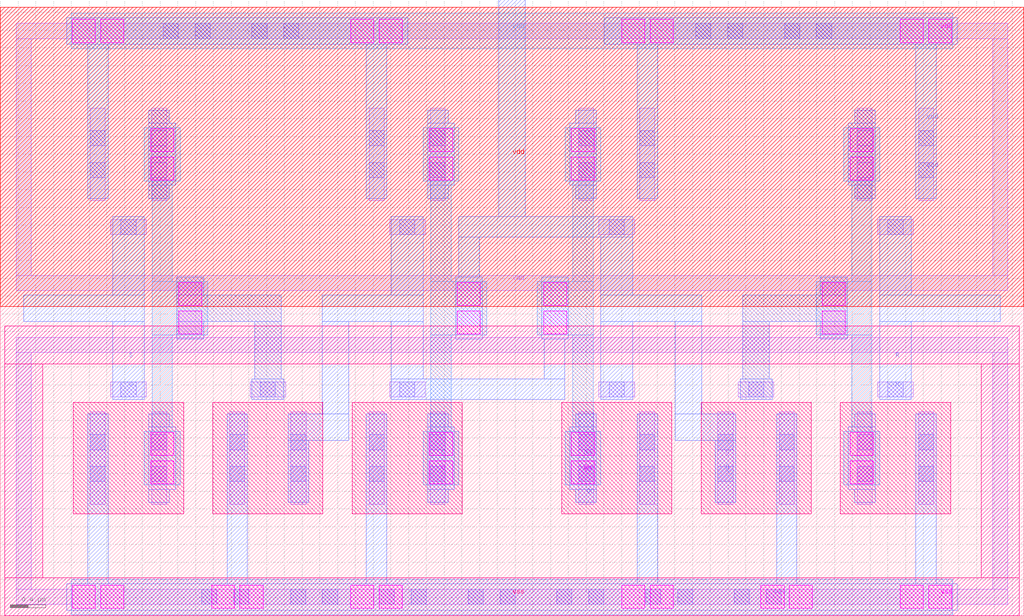
<source format=lef>
VERSION 5.7 ;
  NOWIREEXTENSIONATPIN ON ;
  DIVIDERCHAR "/" ;
  BUSBITCHARS "[]" ;
MACRO latch
  CLASS BLOCK ;
  FOREIGN latch ;
  ORIGIN 0.000 0.200 ;
  SIZE 11.530 BY 6.855 ;
  PIN vdd
    ANTENNADIFFAREA 5.865600 ;
    PORT
      LAYER nwell ;
        RECT 0.000 3.285 11.530 6.655 ;
      LAYER li1 ;
        RECT 0.180 6.305 11.350 6.475 ;
        RECT 0.180 3.635 0.350 6.305 ;
        RECT 1.015 4.480 1.185 5.520 ;
        RECT 4.155 4.480 4.325 5.520 ;
        RECT 7.205 4.480 7.375 5.520 ;
        RECT 10.345 4.480 10.515 5.520 ;
        RECT 11.180 3.635 11.350 6.305 ;
        RECT 0.180 3.465 11.350 3.635 ;
      LAYER mcon ;
        RECT 1.835 6.305 2.005 6.475 ;
        RECT 2.195 6.305 2.365 6.475 ;
        RECT 2.835 6.305 3.005 6.475 ;
        RECT 3.195 6.305 3.365 6.475 ;
        RECT 7.835 6.305 8.005 6.475 ;
        RECT 8.195 6.305 8.365 6.475 ;
        RECT 8.835 6.305 9.005 6.475 ;
        RECT 9.195 6.305 9.365 6.475 ;
        RECT 1.015 5.095 1.185 5.265 ;
        RECT 1.015 4.735 1.185 4.905 ;
        RECT 4.155 5.095 4.325 5.265 ;
        RECT 4.155 4.735 4.325 4.905 ;
        RECT 7.205 5.095 7.375 5.265 ;
        RECT 7.205 4.735 7.375 4.905 ;
        RECT 10.345 5.095 10.515 5.265 ;
        RECT 10.345 4.735 10.515 4.905 ;
      LAYER met1 ;
        RECT 0.750 6.240 4.590 6.540 ;
        RECT 6.805 6.240 10.780 6.540 ;
        RECT 0.985 4.500 1.215 6.240 ;
        RECT 4.125 4.500 4.355 6.240 ;
        RECT 7.175 4.500 7.405 6.240 ;
        RECT 10.315 4.500 10.545 6.240 ;
      LAYER via ;
        RECT 0.810 6.260 1.070 6.520 ;
        RECT 1.130 6.260 1.390 6.520 ;
        RECT 3.950 6.260 4.210 6.520 ;
        RECT 4.270 6.260 4.530 6.520 ;
        RECT 7.000 6.260 7.260 6.520 ;
        RECT 7.320 6.260 7.580 6.520 ;
        RECT 10.140 6.260 10.400 6.520 ;
        RECT 10.460 6.260 10.720 6.520 ;
      LAYER met2 ;
        RECT 0.800 6.190 10.730 6.590 ;
    END
  END vdd
  PIN vss
    ANTENNADIFFAREA 6.445600 ;
    PORT
      LAYER pwell ;
        RECT 0.050 2.635 11.480 3.065 ;
        RECT 0.050 0.225 0.480 2.635 ;
        RECT 11.050 0.225 11.480 2.635 ;
        RECT 0.050 -0.205 11.480 0.225 ;
      LAYER li1 ;
        RECT 0.180 2.765 11.350 2.935 ;
        RECT 0.180 0.095 0.350 2.765 ;
        RECT 1.015 1.055 1.185 2.095 ;
        RECT 2.585 1.055 2.755 2.095 ;
        RECT 4.155 1.055 4.325 2.095 ;
        RECT 7.205 1.055 7.375 2.095 ;
        RECT 8.775 1.055 8.945 2.095 ;
        RECT 10.345 1.055 10.515 2.095 ;
        RECT 11.180 0.095 11.350 2.765 ;
        RECT 0.180 -0.075 11.350 0.095 ;
      LAYER mcon ;
        RECT 1.015 1.670 1.185 1.840 ;
        RECT 1.015 1.310 1.185 1.480 ;
        RECT 2.585 1.670 2.755 1.840 ;
        RECT 2.585 1.310 2.755 1.480 ;
        RECT 4.155 1.670 4.325 1.840 ;
        RECT 4.155 1.310 4.325 1.480 ;
        RECT 7.205 1.670 7.375 1.840 ;
        RECT 7.205 1.310 7.375 1.480 ;
        RECT 8.775 1.670 8.945 1.840 ;
        RECT 8.775 1.310 8.945 1.480 ;
        RECT 10.345 1.670 10.515 1.840 ;
        RECT 10.345 1.310 10.515 1.480 ;
        RECT 2.270 -0.075 2.440 0.095 ;
        RECT 2.630 -0.075 2.800 0.095 ;
        RECT 3.270 -0.075 3.440 0.095 ;
        RECT 3.630 -0.075 3.800 0.095 ;
        RECT 4.270 -0.075 4.440 0.095 ;
        RECT 4.630 -0.075 4.800 0.095 ;
        RECT 5.270 -0.075 5.440 0.095 ;
        RECT 5.630 -0.075 5.800 0.095 ;
        RECT 6.270 -0.075 6.440 0.095 ;
        RECT 6.630 -0.075 6.800 0.095 ;
        RECT 7.270 -0.075 7.440 0.095 ;
        RECT 7.630 -0.075 7.800 0.095 ;
        RECT 8.270 -0.075 8.440 0.095 ;
        RECT 8.630 -0.075 8.800 0.095 ;
      LAYER met1 ;
        RECT 0.985 0.160 1.215 2.075 ;
        RECT 2.555 0.160 2.785 2.075 ;
        RECT 4.125 0.160 4.355 2.075 ;
        RECT 7.175 0.160 7.405 2.075 ;
        RECT 8.745 0.160 8.975 2.075 ;
        RECT 10.315 0.160 10.545 2.075 ;
        RECT 0.750 -0.140 10.780 0.160 ;
      LAYER via ;
        RECT 0.810 -0.120 1.070 0.140 ;
        RECT 1.130 -0.120 1.390 0.140 ;
        RECT 2.380 -0.120 2.640 0.140 ;
        RECT 2.700 -0.120 2.960 0.140 ;
        RECT 3.950 -0.120 4.210 0.140 ;
        RECT 4.270 -0.120 4.530 0.140 ;
        RECT 7.000 -0.120 7.260 0.140 ;
        RECT 7.320 -0.120 7.580 0.140 ;
        RECT 8.570 -0.120 8.830 0.140 ;
        RECT 8.890 -0.120 9.150 0.140 ;
        RECT 10.140 -0.120 10.400 0.140 ;
        RECT 10.460 -0.120 10.720 0.140 ;
      LAYER met2 ;
        RECT 0.800 -0.190 10.730 0.210 ;
    END
  END vss
  PIN Qn
    ANTENNAGATEAREA 0.800000 ;
    ANTENNADIFFAREA 0.870000 ;
    PORT
      LAYER li1 ;
        RECT 6.515 4.480 6.685 5.520 ;
        RECT 4.385 4.095 4.785 4.265 ;
        RECT 4.385 2.265 4.785 2.435 ;
        RECT 3.275 1.055 3.445 2.095 ;
        RECT 6.515 1.055 6.685 2.095 ;
      LAYER mcon ;
        RECT 6.515 5.095 6.685 5.265 ;
        RECT 6.515 4.735 6.685 4.905 ;
        RECT 4.500 4.095 4.670 4.265 ;
        RECT 4.500 2.265 4.670 2.435 ;
        RECT 3.275 1.670 3.445 1.840 ;
        RECT 3.275 1.310 3.445 1.480 ;
        RECT 6.515 1.670 6.685 1.840 ;
        RECT 6.515 1.310 6.685 1.480 ;
      LAYER met1 ;
        RECT 6.485 5.350 6.715 5.500 ;
        RECT 6.415 4.650 6.715 5.350 ;
        RECT 6.485 4.500 6.715 4.650 ;
        RECT 4.405 3.415 4.765 4.295 ;
        RECT 3.625 3.115 4.765 3.415 ;
        RECT 3.625 2.075 3.925 3.115 ;
        RECT 4.405 2.465 4.765 3.115 ;
        RECT 6.100 2.915 6.400 3.615 ;
        RECT 6.130 2.465 6.360 2.915 ;
        RECT 4.405 2.235 6.360 2.465 ;
        RECT 3.245 1.775 3.925 2.075 ;
        RECT 6.485 1.925 6.715 2.075 ;
        RECT 3.245 1.075 3.475 1.775 ;
        RECT 6.415 1.225 6.715 1.925 ;
        RECT 6.485 1.075 6.715 1.225 ;
      LAYER via ;
        RECT 6.435 5.030 6.695 5.290 ;
        RECT 6.435 4.710 6.695 4.970 ;
        RECT 6.120 3.295 6.380 3.555 ;
        RECT 6.120 2.975 6.380 3.235 ;
        RECT 6.435 1.605 6.695 1.865 ;
        RECT 6.435 1.285 6.695 1.545 ;
      LAYER met2 ;
        RECT 6.365 4.700 6.765 5.300 ;
        RECT 6.450 3.565 6.680 4.700 ;
        RECT 6.050 2.965 6.680 3.565 ;
        RECT 6.450 1.875 6.680 2.965 ;
        RECT 6.365 1.275 6.765 1.875 ;
    END
  END Qn
  PIN S
    ANTENNAGATEAREA 0.800000 ;
    PORT
      LAYER li1 ;
        RECT 1.245 4.095 1.645 4.265 ;
        RECT 1.245 2.265 1.645 2.435 ;
      LAYER mcon ;
        RECT 1.360 4.095 1.530 4.265 ;
        RECT 1.360 2.265 1.530 2.435 ;
      LAYER met1 ;
        RECT 1.265 3.415 1.625 4.295 ;
        RECT 0.265 3.115 1.625 3.415 ;
        RECT 1.265 2.235 1.625 3.115 ;
    END
  END S
  PIN R
    ANTENNAGATEAREA 0.800000 ;
    PORT
      LAYER li1 ;
        RECT 9.885 4.095 10.285 4.265 ;
        RECT 9.885 2.265 10.285 2.435 ;
      LAYER mcon ;
        RECT 10.000 4.095 10.170 4.265 ;
        RECT 10.000 2.265 10.170 2.435 ;
      LAYER met1 ;
        RECT 9.905 3.415 10.265 4.295 ;
        RECT 9.905 3.115 11.265 3.415 ;
        RECT 9.905 2.235 10.265 3.115 ;
    END
  END R
  PIN Q
    ANTENNAGATEAREA 0.800000 ;
    ANTENNADIFFAREA 0.870000 ;
    PORT
      LAYER li1 ;
        RECT 4.845 4.480 5.015 5.520 ;
        RECT 6.745 4.095 7.145 4.265 ;
        RECT 6.745 2.265 7.145 2.435 ;
        RECT 4.845 1.055 5.015 2.095 ;
        RECT 8.085 1.055 8.255 2.095 ;
      LAYER mcon ;
        RECT 4.845 5.095 5.015 5.265 ;
        RECT 4.845 4.735 5.015 4.905 ;
        RECT 6.860 4.095 7.030 4.265 ;
        RECT 6.860 2.265 7.030 2.435 ;
        RECT 4.845 1.670 5.015 1.840 ;
        RECT 4.845 1.310 5.015 1.480 ;
        RECT 8.085 1.670 8.255 1.840 ;
        RECT 8.085 1.310 8.255 1.480 ;
      LAYER met1 ;
        RECT 4.815 5.350 5.045 5.500 ;
        RECT 4.815 4.650 5.115 5.350 ;
        RECT 4.815 4.500 5.045 4.650 ;
        RECT 5.615 4.295 5.915 6.740 ;
        RECT 5.165 4.065 7.125 4.295 ;
        RECT 5.165 3.615 5.395 4.065 ;
        RECT 5.130 2.915 5.430 3.615 ;
        RECT 6.765 3.415 7.125 4.065 ;
        RECT 6.765 3.115 7.905 3.415 ;
        RECT 6.765 2.235 7.125 3.115 ;
        RECT 7.605 2.075 7.905 3.115 ;
        RECT 4.815 1.925 5.045 2.075 ;
        RECT 4.815 1.225 5.115 1.925 ;
        RECT 7.605 1.775 8.285 2.075 ;
        RECT 4.815 1.075 5.045 1.225 ;
        RECT 8.055 1.075 8.285 1.775 ;
      LAYER via ;
        RECT 4.835 5.030 5.095 5.290 ;
        RECT 4.835 4.710 5.095 4.970 ;
        RECT 5.150 3.295 5.410 3.555 ;
        RECT 5.150 2.975 5.410 3.235 ;
        RECT 4.835 1.605 5.095 1.865 ;
        RECT 4.835 1.285 5.095 1.545 ;
      LAYER met2 ;
        RECT 4.765 4.700 5.165 5.300 ;
        RECT 4.850 3.565 5.080 4.700 ;
        RECT 4.850 2.965 5.480 3.565 ;
        RECT 4.850 1.875 5.080 2.965 ;
        RECT 4.765 1.275 5.165 1.875 ;
    END
  END Q
  OBS
      LAYER pwell ;
        RECT 0.825 0.945 2.065 2.205 ;
        RECT 2.395 0.945 3.635 2.205 ;
        RECT 3.965 0.945 5.205 2.205 ;
        RECT 6.325 0.945 7.565 2.205 ;
        RECT 7.895 0.945 9.135 2.205 ;
        RECT 9.465 0.945 10.705 2.205 ;
      LAYER li1 ;
        RECT 1.705 4.480 1.875 5.520 ;
        RECT 9.655 4.480 9.825 5.520 ;
        RECT 2.815 2.265 3.215 2.435 ;
        RECT 8.315 2.265 8.715 2.435 ;
        RECT 1.705 1.055 1.875 2.095 ;
        RECT 9.655 1.055 9.825 2.095 ;
      LAYER mcon ;
        RECT 1.705 5.095 1.875 5.265 ;
        RECT 1.705 4.735 1.875 4.905 ;
        RECT 9.655 5.095 9.825 5.265 ;
        RECT 9.655 4.735 9.825 4.905 ;
        RECT 2.930 2.265 3.100 2.435 ;
        RECT 8.430 2.265 8.600 2.435 ;
        RECT 1.705 1.670 1.875 1.840 ;
        RECT 1.705 1.310 1.875 1.480 ;
        RECT 9.655 1.670 9.825 1.840 ;
        RECT 9.655 1.310 9.825 1.480 ;
      LAYER met1 ;
        RECT 1.675 5.350 1.905 5.500 ;
        RECT 9.625 5.350 9.855 5.500 ;
        RECT 1.675 4.650 1.975 5.350 ;
        RECT 9.555 4.650 9.855 5.350 ;
        RECT 1.675 4.500 1.905 4.650 ;
        RECT 9.625 4.500 9.855 4.650 ;
        RECT 1.990 3.415 2.290 3.615 ;
        RECT 9.240 3.415 9.540 3.615 ;
        RECT 1.990 3.115 3.165 3.415 ;
        RECT 1.990 2.915 2.290 3.115 ;
        RECT 2.865 2.465 3.165 3.115 ;
        RECT 8.365 3.115 9.540 3.415 ;
        RECT 8.365 2.465 8.665 3.115 ;
        RECT 9.240 2.915 9.540 3.115 ;
        RECT 2.835 2.235 3.195 2.465 ;
        RECT 8.335 2.235 8.695 2.465 ;
        RECT 1.675 1.925 1.905 2.075 ;
        RECT 9.625 1.925 9.855 2.075 ;
        RECT 1.675 1.225 1.975 1.925 ;
        RECT 9.555 1.225 9.855 1.925 ;
        RECT 1.675 1.075 1.905 1.225 ;
        RECT 9.625 1.075 9.855 1.225 ;
      LAYER via ;
        RECT 1.695 5.030 1.955 5.290 ;
        RECT 1.695 4.710 1.955 4.970 ;
        RECT 9.575 5.030 9.835 5.290 ;
        RECT 9.575 4.710 9.835 4.970 ;
        RECT 2.010 3.295 2.270 3.555 ;
        RECT 2.010 2.975 2.270 3.235 ;
        RECT 9.260 3.295 9.520 3.555 ;
        RECT 9.260 2.975 9.520 3.235 ;
        RECT 1.695 1.605 1.955 1.865 ;
        RECT 1.695 1.285 1.955 1.545 ;
        RECT 9.575 1.605 9.835 1.865 ;
        RECT 9.575 1.285 9.835 1.545 ;
      LAYER met2 ;
        RECT 1.625 4.700 2.025 5.300 ;
        RECT 9.505 4.700 9.905 5.300 ;
        RECT 1.710 3.565 1.940 4.700 ;
        RECT 9.590 3.565 9.820 4.700 ;
        RECT 1.710 2.965 2.340 3.565 ;
        RECT 9.190 2.965 9.820 3.565 ;
        RECT 1.710 1.875 1.940 2.965 ;
        RECT 9.590 1.875 9.820 2.965 ;
        RECT 1.625 1.275 2.025 1.875 ;
        RECT 9.505 1.275 9.905 1.875 ;
  END
END latch
END LIBRARY


</source>
